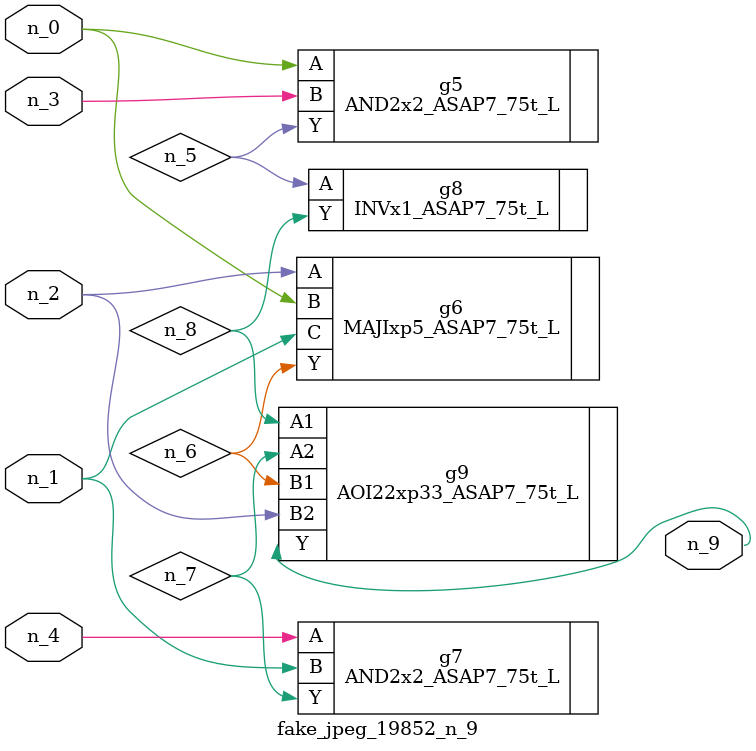
<source format=v>
module fake_jpeg_19852_n_9 (n_3, n_2, n_1, n_0, n_4, n_9);

input n_3;
input n_2;
input n_1;
input n_0;
input n_4;

output n_9;

wire n_8;
wire n_6;
wire n_5;
wire n_7;

AND2x2_ASAP7_75t_L g5 ( 
.A(n_0),
.B(n_3),
.Y(n_5)
);

MAJIxp5_ASAP7_75t_L g6 ( 
.A(n_2),
.B(n_0),
.C(n_1),
.Y(n_6)
);

AND2x2_ASAP7_75t_L g7 ( 
.A(n_4),
.B(n_1),
.Y(n_7)
);

INVx1_ASAP7_75t_L g8 ( 
.A(n_5),
.Y(n_8)
);

AOI22xp33_ASAP7_75t_L g9 ( 
.A1(n_8),
.A2(n_7),
.B1(n_6),
.B2(n_2),
.Y(n_9)
);


endmodule
</source>
